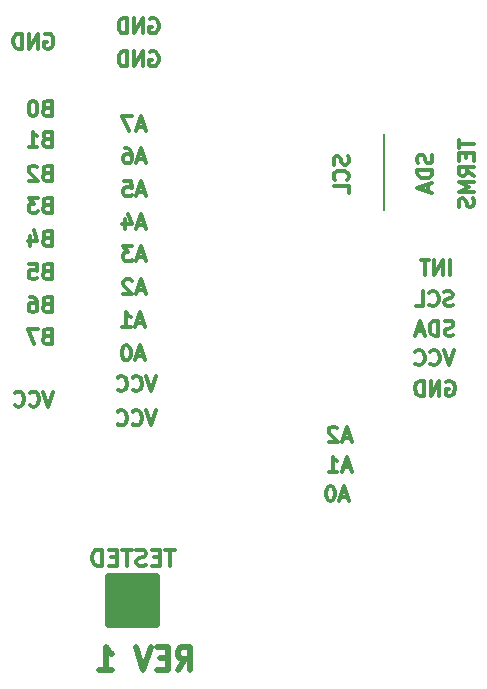
<source format=gbo>
%TF.GenerationSoftware,KiCad,Pcbnew,(6.0.1)*%
%TF.CreationDate,2022-06-02T14:42:02-04:00*%
%TF.ProjectId,I2CIO16-DB25,49324349-4f31-4362-9d44-4232352e6b69,X1*%
%TF.SameCoordinates,Original*%
%TF.FileFunction,Legend,Bot*%
%TF.FilePolarity,Positive*%
%FSLAX46Y46*%
G04 Gerber Fmt 4.6, Leading zero omitted, Abs format (unit mm)*
G04 Created by KiCad (PCBNEW (6.0.1)) date 2022-06-02 14:42:02*
%MOMM*%
%LPD*%
G01*
G04 APERTURE LIST*
%ADD10C,0.150000*%
%ADD11C,0.317500*%
%ADD12C,0.476250*%
%ADD13C,0.349250*%
%ADD14C,0.650000*%
G04 APERTURE END LIST*
D10*
X36800000Y-32000000D02*
X36800000Y-38400000D01*
D11*
X8214047Y-43609285D02*
X8032619Y-43669761D01*
X7972142Y-43730238D01*
X7911666Y-43851190D01*
X7911666Y-44032619D01*
X7972142Y-44153571D01*
X8032619Y-44214047D01*
X8153571Y-44274523D01*
X8637380Y-44274523D01*
X8637380Y-43004523D01*
X8214047Y-43004523D01*
X8093095Y-43065000D01*
X8032619Y-43125476D01*
X7972142Y-43246428D01*
X7972142Y-43367380D01*
X8032619Y-43488333D01*
X8093095Y-43548809D01*
X8214047Y-43609285D01*
X8637380Y-43609285D01*
X6762619Y-43004523D02*
X7367380Y-43004523D01*
X7427857Y-43609285D01*
X7367380Y-43548809D01*
X7246428Y-43488333D01*
X6944047Y-43488333D01*
X6823095Y-43548809D01*
X6762619Y-43609285D01*
X6702142Y-43730238D01*
X6702142Y-44032619D01*
X6762619Y-44153571D01*
X6823095Y-44214047D01*
X6944047Y-44274523D01*
X7246428Y-44274523D01*
X7367380Y-44214047D01*
X7427857Y-44153571D01*
X8793333Y-53804523D02*
X8370000Y-55074523D01*
X7946666Y-53804523D01*
X6797619Y-54953571D02*
X6858095Y-55014047D01*
X7039523Y-55074523D01*
X7160476Y-55074523D01*
X7341904Y-55014047D01*
X7462857Y-54893095D01*
X7523333Y-54772142D01*
X7583809Y-54530238D01*
X7583809Y-54348809D01*
X7523333Y-54106904D01*
X7462857Y-53985952D01*
X7341904Y-53865000D01*
X7160476Y-53804523D01*
X7039523Y-53804523D01*
X6858095Y-53865000D01*
X6797619Y-53925476D01*
X5527619Y-54953571D02*
X5588095Y-55014047D01*
X5769523Y-55074523D01*
X5890476Y-55074523D01*
X6071904Y-55014047D01*
X6192857Y-54893095D01*
X6253333Y-54772142D01*
X6313809Y-54530238D01*
X6313809Y-54348809D01*
X6253333Y-54106904D01*
X6192857Y-53985952D01*
X6071904Y-53865000D01*
X5890476Y-53804523D01*
X5769523Y-53804523D01*
X5588095Y-53865000D01*
X5527619Y-53925476D01*
X8214047Y-29809285D02*
X8032619Y-29869761D01*
X7972142Y-29930238D01*
X7911666Y-30051190D01*
X7911666Y-30232619D01*
X7972142Y-30353571D01*
X8032619Y-30414047D01*
X8153571Y-30474523D01*
X8637380Y-30474523D01*
X8637380Y-29204523D01*
X8214047Y-29204523D01*
X8093095Y-29265000D01*
X8032619Y-29325476D01*
X7972142Y-29446428D01*
X7972142Y-29567380D01*
X8032619Y-29688333D01*
X8093095Y-29748809D01*
X8214047Y-29809285D01*
X8637380Y-29809285D01*
X7125476Y-29204523D02*
X7004523Y-29204523D01*
X6883571Y-29265000D01*
X6823095Y-29325476D01*
X6762619Y-29446428D01*
X6702142Y-29688333D01*
X6702142Y-29990714D01*
X6762619Y-30232619D01*
X6823095Y-30353571D01*
X6883571Y-30414047D01*
X7004523Y-30474523D01*
X7125476Y-30474523D01*
X7246428Y-30414047D01*
X7306904Y-30353571D01*
X7367380Y-30232619D01*
X7427857Y-29990714D01*
X7427857Y-29688333D01*
X7367380Y-29446428D01*
X7306904Y-29325476D01*
X7246428Y-29265000D01*
X7125476Y-29204523D01*
X42642142Y-49014047D02*
X42460714Y-49074523D01*
X42158333Y-49074523D01*
X42037380Y-49014047D01*
X41976904Y-48953571D01*
X41916428Y-48832619D01*
X41916428Y-48711666D01*
X41976904Y-48590714D01*
X42037380Y-48530238D01*
X42158333Y-48469761D01*
X42400238Y-48409285D01*
X42521190Y-48348809D01*
X42581666Y-48288333D01*
X42642142Y-48167380D01*
X42642142Y-48046428D01*
X42581666Y-47925476D01*
X42521190Y-47865000D01*
X42400238Y-47804523D01*
X42097857Y-47804523D01*
X41916428Y-47865000D01*
X41372142Y-49074523D02*
X41372142Y-47804523D01*
X41069761Y-47804523D01*
X40888333Y-47865000D01*
X40767380Y-47985952D01*
X40706904Y-48106904D01*
X40646428Y-48348809D01*
X40646428Y-48530238D01*
X40706904Y-48772142D01*
X40767380Y-48893095D01*
X40888333Y-49014047D01*
X41069761Y-49074523D01*
X41372142Y-49074523D01*
X40162619Y-48711666D02*
X39557857Y-48711666D01*
X40283571Y-49074523D02*
X39860238Y-47804523D01*
X39436904Y-49074523D01*
X8214047Y-32409285D02*
X8032619Y-32469761D01*
X7972142Y-32530238D01*
X7911666Y-32651190D01*
X7911666Y-32832619D01*
X7972142Y-32953571D01*
X8032619Y-33014047D01*
X8153571Y-33074523D01*
X8637380Y-33074523D01*
X8637380Y-31804523D01*
X8214047Y-31804523D01*
X8093095Y-31865000D01*
X8032619Y-31925476D01*
X7972142Y-32046428D01*
X7972142Y-32167380D01*
X8032619Y-32288333D01*
X8093095Y-32348809D01*
X8214047Y-32409285D01*
X8637380Y-32409285D01*
X6702142Y-33074523D02*
X7427857Y-33074523D01*
X7065000Y-33074523D02*
X7065000Y-31804523D01*
X7185952Y-31985952D01*
X7306904Y-32106904D01*
X7427857Y-32167380D01*
X8214047Y-49109285D02*
X8032619Y-49169761D01*
X7972142Y-49230238D01*
X7911666Y-49351190D01*
X7911666Y-49532619D01*
X7972142Y-49653571D01*
X8032619Y-49714047D01*
X8153571Y-49774523D01*
X8637380Y-49774523D01*
X8637380Y-48504523D01*
X8214047Y-48504523D01*
X8093095Y-48565000D01*
X8032619Y-48625476D01*
X7972142Y-48746428D01*
X7972142Y-48867380D01*
X8032619Y-48988333D01*
X8093095Y-49048809D01*
X8214047Y-49109285D01*
X8637380Y-49109285D01*
X7488333Y-48504523D02*
X6641666Y-48504523D01*
X7185952Y-49774523D01*
X8214047Y-38009285D02*
X8032619Y-38069761D01*
X7972142Y-38130238D01*
X7911666Y-38251190D01*
X7911666Y-38432619D01*
X7972142Y-38553571D01*
X8032619Y-38614047D01*
X8153571Y-38674523D01*
X8637380Y-38674523D01*
X8637380Y-37404523D01*
X8214047Y-37404523D01*
X8093095Y-37465000D01*
X8032619Y-37525476D01*
X7972142Y-37646428D01*
X7972142Y-37767380D01*
X8032619Y-37888333D01*
X8093095Y-37948809D01*
X8214047Y-38009285D01*
X8637380Y-38009285D01*
X7488333Y-37404523D02*
X6702142Y-37404523D01*
X7125476Y-37888333D01*
X6944047Y-37888333D01*
X6823095Y-37948809D01*
X6762619Y-38009285D01*
X6702142Y-38130238D01*
X6702142Y-38432619D01*
X6762619Y-38553571D01*
X6823095Y-38614047D01*
X6944047Y-38674523D01*
X7306904Y-38674523D01*
X7427857Y-38614047D01*
X7488333Y-38553571D01*
X42067619Y-52965000D02*
X42188571Y-52904523D01*
X42370000Y-52904523D01*
X42551428Y-52965000D01*
X42672380Y-53085952D01*
X42732857Y-53206904D01*
X42793333Y-53448809D01*
X42793333Y-53630238D01*
X42732857Y-53872142D01*
X42672380Y-53993095D01*
X42551428Y-54114047D01*
X42370000Y-54174523D01*
X42249047Y-54174523D01*
X42067619Y-54114047D01*
X42007142Y-54053571D01*
X42007142Y-53630238D01*
X42249047Y-53630238D01*
X41462857Y-54174523D02*
X41462857Y-52904523D01*
X40737142Y-54174523D01*
X40737142Y-52904523D01*
X40132380Y-54174523D02*
X40132380Y-52904523D01*
X39830000Y-52904523D01*
X39648571Y-52965000D01*
X39527619Y-53085952D01*
X39467142Y-53206904D01*
X39406666Y-53448809D01*
X39406666Y-53630238D01*
X39467142Y-53872142D01*
X39527619Y-53993095D01*
X39648571Y-54114047D01*
X39830000Y-54174523D01*
X40132380Y-54174523D01*
X16507142Y-34111666D02*
X15902380Y-34111666D01*
X16628095Y-34474523D02*
X16204761Y-33204523D01*
X15781428Y-34474523D01*
X14813809Y-33204523D02*
X15055714Y-33204523D01*
X15176666Y-33265000D01*
X15237142Y-33325476D01*
X15358095Y-33506904D01*
X15418571Y-33748809D01*
X15418571Y-34232619D01*
X15358095Y-34353571D01*
X15297619Y-34414047D01*
X15176666Y-34474523D01*
X14934761Y-34474523D01*
X14813809Y-34414047D01*
X14753333Y-34353571D01*
X14692857Y-34232619D01*
X14692857Y-33930238D01*
X14753333Y-33809285D01*
X14813809Y-33748809D01*
X14934761Y-33688333D01*
X15176666Y-33688333D01*
X15297619Y-33748809D01*
X15358095Y-33809285D01*
X15418571Y-33930238D01*
X16507142Y-45211666D02*
X15902380Y-45211666D01*
X16628095Y-45574523D02*
X16204761Y-44304523D01*
X15781428Y-45574523D01*
X15418571Y-44425476D02*
X15358095Y-44365000D01*
X15237142Y-44304523D01*
X14934761Y-44304523D01*
X14813809Y-44365000D01*
X14753333Y-44425476D01*
X14692857Y-44546428D01*
X14692857Y-44667380D01*
X14753333Y-44848809D01*
X15479047Y-45574523D01*
X14692857Y-45574523D01*
X42611904Y-46514047D02*
X42430476Y-46574523D01*
X42128095Y-46574523D01*
X42007142Y-46514047D01*
X41946666Y-46453571D01*
X41886190Y-46332619D01*
X41886190Y-46211666D01*
X41946666Y-46090714D01*
X42007142Y-46030238D01*
X42128095Y-45969761D01*
X42370000Y-45909285D01*
X42490952Y-45848809D01*
X42551428Y-45788333D01*
X42611904Y-45667380D01*
X42611904Y-45546428D01*
X42551428Y-45425476D01*
X42490952Y-45365000D01*
X42370000Y-45304523D01*
X42067619Y-45304523D01*
X41886190Y-45365000D01*
X40616190Y-46453571D02*
X40676666Y-46514047D01*
X40858095Y-46574523D01*
X40979047Y-46574523D01*
X41160476Y-46514047D01*
X41281428Y-46393095D01*
X41341904Y-46272142D01*
X41402380Y-46030238D01*
X41402380Y-45848809D01*
X41341904Y-45606904D01*
X41281428Y-45485952D01*
X41160476Y-45365000D01*
X40979047Y-45304523D01*
X40858095Y-45304523D01*
X40676666Y-45365000D01*
X40616190Y-45425476D01*
X39467142Y-46574523D02*
X40071904Y-46574523D01*
X40071904Y-45304523D01*
X16967619Y-25065000D02*
X17088571Y-25004523D01*
X17270000Y-25004523D01*
X17451428Y-25065000D01*
X17572380Y-25185952D01*
X17632857Y-25306904D01*
X17693333Y-25548809D01*
X17693333Y-25730238D01*
X17632857Y-25972142D01*
X17572380Y-26093095D01*
X17451428Y-26214047D01*
X17270000Y-26274523D01*
X17149047Y-26274523D01*
X16967619Y-26214047D01*
X16907142Y-26153571D01*
X16907142Y-25730238D01*
X17149047Y-25730238D01*
X16362857Y-26274523D02*
X16362857Y-25004523D01*
X15637142Y-26274523D01*
X15637142Y-25004523D01*
X15032380Y-26274523D02*
X15032380Y-25004523D01*
X14730000Y-25004523D01*
X14548571Y-25065000D01*
X14427619Y-25185952D01*
X14367142Y-25306904D01*
X14306666Y-25548809D01*
X14306666Y-25730238D01*
X14367142Y-25972142D01*
X14427619Y-26093095D01*
X14548571Y-26214047D01*
X14730000Y-26274523D01*
X15032380Y-26274523D01*
X16507142Y-42411666D02*
X15902380Y-42411666D01*
X16628095Y-42774523D02*
X16204761Y-41504523D01*
X15781428Y-42774523D01*
X15479047Y-41504523D02*
X14692857Y-41504523D01*
X15116190Y-41988333D01*
X14934761Y-41988333D01*
X14813809Y-42048809D01*
X14753333Y-42109285D01*
X14692857Y-42230238D01*
X14692857Y-42532619D01*
X14753333Y-42653571D01*
X14813809Y-42714047D01*
X14934761Y-42774523D01*
X15297619Y-42774523D01*
X15418571Y-42714047D01*
X15479047Y-42653571D01*
X42693333Y-50304523D02*
X42270000Y-51574523D01*
X41846666Y-50304523D01*
X40697619Y-51453571D02*
X40758095Y-51514047D01*
X40939523Y-51574523D01*
X41060476Y-51574523D01*
X41241904Y-51514047D01*
X41362857Y-51393095D01*
X41423333Y-51272142D01*
X41483809Y-51030238D01*
X41483809Y-50848809D01*
X41423333Y-50606904D01*
X41362857Y-50485952D01*
X41241904Y-50365000D01*
X41060476Y-50304523D01*
X40939523Y-50304523D01*
X40758095Y-50365000D01*
X40697619Y-50425476D01*
X39427619Y-51453571D02*
X39488095Y-51514047D01*
X39669523Y-51574523D01*
X39790476Y-51574523D01*
X39971904Y-51514047D01*
X40092857Y-51393095D01*
X40153333Y-51272142D01*
X40213809Y-51030238D01*
X40213809Y-50848809D01*
X40153333Y-50606904D01*
X40092857Y-50485952D01*
X39971904Y-50365000D01*
X39790476Y-50304523D01*
X39669523Y-50304523D01*
X39488095Y-50365000D01*
X39427619Y-50425476D01*
X17493333Y-52504523D02*
X17070000Y-53774523D01*
X16646666Y-52504523D01*
X15497619Y-53653571D02*
X15558095Y-53714047D01*
X15739523Y-53774523D01*
X15860476Y-53774523D01*
X16041904Y-53714047D01*
X16162857Y-53593095D01*
X16223333Y-53472142D01*
X16283809Y-53230238D01*
X16283809Y-53048809D01*
X16223333Y-52806904D01*
X16162857Y-52685952D01*
X16041904Y-52565000D01*
X15860476Y-52504523D01*
X15739523Y-52504523D01*
X15558095Y-52565000D01*
X15497619Y-52625476D01*
X14227619Y-53653571D02*
X14288095Y-53714047D01*
X14469523Y-53774523D01*
X14590476Y-53774523D01*
X14771904Y-53714047D01*
X14892857Y-53593095D01*
X14953333Y-53472142D01*
X15013809Y-53230238D01*
X15013809Y-53048809D01*
X14953333Y-52806904D01*
X14892857Y-52685952D01*
X14771904Y-52565000D01*
X14590476Y-52504523D01*
X14469523Y-52504523D01*
X14288095Y-52565000D01*
X14227619Y-52625476D01*
X16967619Y-22265000D02*
X17088571Y-22204523D01*
X17270000Y-22204523D01*
X17451428Y-22265000D01*
X17572380Y-22385952D01*
X17632857Y-22506904D01*
X17693333Y-22748809D01*
X17693333Y-22930238D01*
X17632857Y-23172142D01*
X17572380Y-23293095D01*
X17451428Y-23414047D01*
X17270000Y-23474523D01*
X17149047Y-23474523D01*
X16967619Y-23414047D01*
X16907142Y-23353571D01*
X16907142Y-22930238D01*
X17149047Y-22930238D01*
X16362857Y-23474523D02*
X16362857Y-22204523D01*
X15637142Y-23474523D01*
X15637142Y-22204523D01*
X15032380Y-23474523D02*
X15032380Y-22204523D01*
X14730000Y-22204523D01*
X14548571Y-22265000D01*
X14427619Y-22385952D01*
X14367142Y-22506904D01*
X14306666Y-22748809D01*
X14306666Y-22930238D01*
X14367142Y-23172142D01*
X14427619Y-23293095D01*
X14548571Y-23414047D01*
X14730000Y-23474523D01*
X15032380Y-23474523D01*
X42349047Y-43974523D02*
X42349047Y-42704523D01*
X41744285Y-43974523D02*
X41744285Y-42704523D01*
X41018571Y-43974523D01*
X41018571Y-42704523D01*
X40595238Y-42704523D02*
X39869523Y-42704523D01*
X40232380Y-43974523D02*
X40232380Y-42704523D01*
X33907142Y-60211666D02*
X33302380Y-60211666D01*
X34028095Y-60574523D02*
X33604761Y-59304523D01*
X33181428Y-60574523D01*
X32092857Y-60574523D02*
X32818571Y-60574523D01*
X32455714Y-60574523D02*
X32455714Y-59304523D01*
X32576666Y-59485952D01*
X32697619Y-59606904D01*
X32818571Y-59667380D01*
X8214047Y-40809285D02*
X8032619Y-40869761D01*
X7972142Y-40930238D01*
X7911666Y-41051190D01*
X7911666Y-41232619D01*
X7972142Y-41353571D01*
X8032619Y-41414047D01*
X8153571Y-41474523D01*
X8637380Y-41474523D01*
X8637380Y-40204523D01*
X8214047Y-40204523D01*
X8093095Y-40265000D01*
X8032619Y-40325476D01*
X7972142Y-40446428D01*
X7972142Y-40567380D01*
X8032619Y-40688333D01*
X8093095Y-40748809D01*
X8214047Y-40809285D01*
X8637380Y-40809285D01*
X6823095Y-40627857D02*
X6823095Y-41474523D01*
X7125476Y-40144047D02*
X7427857Y-41051190D01*
X6641666Y-41051190D01*
X8214047Y-35309285D02*
X8032619Y-35369761D01*
X7972142Y-35430238D01*
X7911666Y-35551190D01*
X7911666Y-35732619D01*
X7972142Y-35853571D01*
X8032619Y-35914047D01*
X8153571Y-35974523D01*
X8637380Y-35974523D01*
X8637380Y-34704523D01*
X8214047Y-34704523D01*
X8093095Y-34765000D01*
X8032619Y-34825476D01*
X7972142Y-34946428D01*
X7972142Y-35067380D01*
X8032619Y-35188333D01*
X8093095Y-35248809D01*
X8214047Y-35309285D01*
X8637380Y-35309285D01*
X7427857Y-34825476D02*
X7367380Y-34765000D01*
X7246428Y-34704523D01*
X6944047Y-34704523D01*
X6823095Y-34765000D01*
X6762619Y-34825476D01*
X6702142Y-34946428D01*
X6702142Y-35067380D01*
X6762619Y-35248809D01*
X7488333Y-35974523D01*
X6702142Y-35974523D01*
X17493333Y-55404523D02*
X17070000Y-56674523D01*
X16646666Y-55404523D01*
X15497619Y-56553571D02*
X15558095Y-56614047D01*
X15739523Y-56674523D01*
X15860476Y-56674523D01*
X16041904Y-56614047D01*
X16162857Y-56493095D01*
X16223333Y-56372142D01*
X16283809Y-56130238D01*
X16283809Y-55948809D01*
X16223333Y-55706904D01*
X16162857Y-55585952D01*
X16041904Y-55465000D01*
X15860476Y-55404523D01*
X15739523Y-55404523D01*
X15558095Y-55465000D01*
X15497619Y-55525476D01*
X14227619Y-56553571D02*
X14288095Y-56614047D01*
X14469523Y-56674523D01*
X14590476Y-56674523D01*
X14771904Y-56614047D01*
X14892857Y-56493095D01*
X14953333Y-56372142D01*
X15013809Y-56130238D01*
X15013809Y-55948809D01*
X14953333Y-55706904D01*
X14892857Y-55585952D01*
X14771904Y-55465000D01*
X14590476Y-55404523D01*
X14469523Y-55404523D01*
X14288095Y-55465000D01*
X14227619Y-55525476D01*
X16507142Y-36911666D02*
X15902380Y-36911666D01*
X16628095Y-37274523D02*
X16204761Y-36004523D01*
X15781428Y-37274523D01*
X14753333Y-36004523D02*
X15358095Y-36004523D01*
X15418571Y-36609285D01*
X15358095Y-36548809D01*
X15237142Y-36488333D01*
X14934761Y-36488333D01*
X14813809Y-36548809D01*
X14753333Y-36609285D01*
X14692857Y-36730238D01*
X14692857Y-37032619D01*
X14753333Y-37153571D01*
X14813809Y-37214047D01*
X14934761Y-37274523D01*
X15237142Y-37274523D01*
X15358095Y-37214047D01*
X15418571Y-37153571D01*
X43104523Y-32497142D02*
X43104523Y-33222857D01*
X44374523Y-32860000D02*
X43104523Y-32860000D01*
X43709285Y-33646190D02*
X43709285Y-34069523D01*
X44374523Y-34250952D02*
X44374523Y-33646190D01*
X43104523Y-33646190D01*
X43104523Y-34250952D01*
X44374523Y-35520952D02*
X43769761Y-35097619D01*
X44374523Y-34795238D02*
X43104523Y-34795238D01*
X43104523Y-35279047D01*
X43165000Y-35400000D01*
X43225476Y-35460476D01*
X43346428Y-35520952D01*
X43527857Y-35520952D01*
X43648809Y-35460476D01*
X43709285Y-35400000D01*
X43769761Y-35279047D01*
X43769761Y-34795238D01*
X44374523Y-36065238D02*
X43104523Y-36065238D01*
X44011666Y-36488571D01*
X43104523Y-36911904D01*
X44374523Y-36911904D01*
X44314047Y-37456190D02*
X44374523Y-37637619D01*
X44374523Y-37940000D01*
X44314047Y-38060952D01*
X44253571Y-38121428D01*
X44132619Y-38181904D01*
X44011666Y-38181904D01*
X43890714Y-38121428D01*
X43830238Y-38060952D01*
X43769761Y-37940000D01*
X43709285Y-37698095D01*
X43648809Y-37577142D01*
X43588333Y-37516666D01*
X43467380Y-37456190D01*
X43346428Y-37456190D01*
X43225476Y-37516666D01*
X43165000Y-37577142D01*
X43104523Y-37698095D01*
X43104523Y-38000476D01*
X43165000Y-38181904D01*
X8214047Y-46409285D02*
X8032619Y-46469761D01*
X7972142Y-46530238D01*
X7911666Y-46651190D01*
X7911666Y-46832619D01*
X7972142Y-46953571D01*
X8032619Y-47014047D01*
X8153571Y-47074523D01*
X8637380Y-47074523D01*
X8637380Y-45804523D01*
X8214047Y-45804523D01*
X8093095Y-45865000D01*
X8032619Y-45925476D01*
X7972142Y-46046428D01*
X7972142Y-46167380D01*
X8032619Y-46288333D01*
X8093095Y-46348809D01*
X8214047Y-46409285D01*
X8637380Y-46409285D01*
X6823095Y-45804523D02*
X7065000Y-45804523D01*
X7185952Y-45865000D01*
X7246428Y-45925476D01*
X7367380Y-46106904D01*
X7427857Y-46348809D01*
X7427857Y-46832619D01*
X7367380Y-46953571D01*
X7306904Y-47014047D01*
X7185952Y-47074523D01*
X6944047Y-47074523D01*
X6823095Y-47014047D01*
X6762619Y-46953571D01*
X6702142Y-46832619D01*
X6702142Y-46530238D01*
X6762619Y-46409285D01*
X6823095Y-46348809D01*
X6944047Y-46288333D01*
X7185952Y-46288333D01*
X7306904Y-46348809D01*
X7367380Y-46409285D01*
X7427857Y-46530238D01*
X16507142Y-39711666D02*
X15902380Y-39711666D01*
X16628095Y-40074523D02*
X16204761Y-38804523D01*
X15781428Y-40074523D01*
X14813809Y-39227857D02*
X14813809Y-40074523D01*
X15116190Y-38744047D02*
X15418571Y-39651190D01*
X14632380Y-39651190D01*
X8067619Y-23565000D02*
X8188571Y-23504523D01*
X8370000Y-23504523D01*
X8551428Y-23565000D01*
X8672380Y-23685952D01*
X8732857Y-23806904D01*
X8793333Y-24048809D01*
X8793333Y-24230238D01*
X8732857Y-24472142D01*
X8672380Y-24593095D01*
X8551428Y-24714047D01*
X8370000Y-24774523D01*
X8249047Y-24774523D01*
X8067619Y-24714047D01*
X8007142Y-24653571D01*
X8007142Y-24230238D01*
X8249047Y-24230238D01*
X7462857Y-24774523D02*
X7462857Y-23504523D01*
X6737142Y-24774523D01*
X6737142Y-23504523D01*
X6132380Y-24774523D02*
X6132380Y-23504523D01*
X5830000Y-23504523D01*
X5648571Y-23565000D01*
X5527619Y-23685952D01*
X5467142Y-23806904D01*
X5406666Y-24048809D01*
X5406666Y-24230238D01*
X5467142Y-24472142D01*
X5527619Y-24593095D01*
X5648571Y-24714047D01*
X5830000Y-24774523D01*
X6132380Y-24774523D01*
X16407142Y-48011666D02*
X15802380Y-48011666D01*
X16528095Y-48374523D02*
X16104761Y-47104523D01*
X15681428Y-48374523D01*
X14592857Y-48374523D02*
X15318571Y-48374523D01*
X14955714Y-48374523D02*
X14955714Y-47104523D01*
X15076666Y-47285952D01*
X15197619Y-47406904D01*
X15318571Y-47467380D01*
X40814047Y-33757857D02*
X40874523Y-33939285D01*
X40874523Y-34241666D01*
X40814047Y-34362619D01*
X40753571Y-34423095D01*
X40632619Y-34483571D01*
X40511666Y-34483571D01*
X40390714Y-34423095D01*
X40330238Y-34362619D01*
X40269761Y-34241666D01*
X40209285Y-33999761D01*
X40148809Y-33878809D01*
X40088333Y-33818333D01*
X39967380Y-33757857D01*
X39846428Y-33757857D01*
X39725476Y-33818333D01*
X39665000Y-33878809D01*
X39604523Y-33999761D01*
X39604523Y-34302142D01*
X39665000Y-34483571D01*
X40874523Y-35027857D02*
X39604523Y-35027857D01*
X39604523Y-35330238D01*
X39665000Y-35511666D01*
X39785952Y-35632619D01*
X39906904Y-35693095D01*
X40148809Y-35753571D01*
X40330238Y-35753571D01*
X40572142Y-35693095D01*
X40693095Y-35632619D01*
X40814047Y-35511666D01*
X40874523Y-35330238D01*
X40874523Y-35027857D01*
X40511666Y-36237380D02*
X40511666Y-36842142D01*
X40874523Y-36116428D02*
X39604523Y-36539761D01*
X40874523Y-36963095D01*
X16507142Y-31411666D02*
X15902380Y-31411666D01*
X16628095Y-31774523D02*
X16204761Y-30504523D01*
X15781428Y-31774523D01*
X15479047Y-30504523D02*
X14632380Y-30504523D01*
X15176666Y-31774523D01*
X33907142Y-57711666D02*
X33302380Y-57711666D01*
X34028095Y-58074523D02*
X33604761Y-56804523D01*
X33181428Y-58074523D01*
X32818571Y-56925476D02*
X32758095Y-56865000D01*
X32637142Y-56804523D01*
X32334761Y-56804523D01*
X32213809Y-56865000D01*
X32153333Y-56925476D01*
X32092857Y-57046428D01*
X32092857Y-57167380D01*
X32153333Y-57348809D01*
X32879047Y-58074523D01*
X32092857Y-58074523D01*
D12*
X19294562Y-77361785D02*
X19929562Y-76454642D01*
X20383133Y-77361785D02*
X20383133Y-75456785D01*
X19657419Y-75456785D01*
X19475991Y-75547500D01*
X19385276Y-75638214D01*
X19294562Y-75819642D01*
X19294562Y-76091785D01*
X19385276Y-76273214D01*
X19475991Y-76363928D01*
X19657419Y-76454642D01*
X20383133Y-76454642D01*
X18478133Y-76363928D02*
X17843133Y-76363928D01*
X17570991Y-77361785D02*
X18478133Y-77361785D01*
X18478133Y-75456785D01*
X17570991Y-75456785D01*
X17026705Y-75456785D02*
X16391705Y-77361785D01*
X15756705Y-75456785D01*
X12672419Y-77361785D02*
X13760991Y-77361785D01*
X13216705Y-77361785D02*
X13216705Y-75456785D01*
X13398133Y-75728928D01*
X13579562Y-75910357D01*
X13760991Y-76001071D01*
D11*
X33714047Y-33888095D02*
X33774523Y-34069523D01*
X33774523Y-34371904D01*
X33714047Y-34492857D01*
X33653571Y-34553333D01*
X33532619Y-34613809D01*
X33411666Y-34613809D01*
X33290714Y-34553333D01*
X33230238Y-34492857D01*
X33169761Y-34371904D01*
X33109285Y-34130000D01*
X33048809Y-34009047D01*
X32988333Y-33948571D01*
X32867380Y-33888095D01*
X32746428Y-33888095D01*
X32625476Y-33948571D01*
X32565000Y-34009047D01*
X32504523Y-34130000D01*
X32504523Y-34432380D01*
X32565000Y-34613809D01*
X33653571Y-35883809D02*
X33714047Y-35823333D01*
X33774523Y-35641904D01*
X33774523Y-35520952D01*
X33714047Y-35339523D01*
X33593095Y-35218571D01*
X33472142Y-35158095D01*
X33230238Y-35097619D01*
X33048809Y-35097619D01*
X32806904Y-35158095D01*
X32685952Y-35218571D01*
X32565000Y-35339523D01*
X32504523Y-35520952D01*
X32504523Y-35641904D01*
X32565000Y-35823333D01*
X32625476Y-35883809D01*
X33774523Y-37032857D02*
X33774523Y-36428095D01*
X32504523Y-36428095D01*
X33707142Y-62711666D02*
X33102380Y-62711666D01*
X33828095Y-63074523D02*
X33404761Y-61804523D01*
X32981428Y-63074523D01*
X32316190Y-61804523D02*
X32195238Y-61804523D01*
X32074285Y-61865000D01*
X32013809Y-61925476D01*
X31953333Y-62046428D01*
X31892857Y-62288333D01*
X31892857Y-62590714D01*
X31953333Y-62832619D01*
X32013809Y-62953571D01*
X32074285Y-63014047D01*
X32195238Y-63074523D01*
X32316190Y-63074523D01*
X32437142Y-63014047D01*
X32497619Y-62953571D01*
X32558095Y-62832619D01*
X32618571Y-62590714D01*
X32618571Y-62288333D01*
X32558095Y-62046428D01*
X32497619Y-61925476D01*
X32437142Y-61865000D01*
X32316190Y-61804523D01*
X16407142Y-50811666D02*
X15802380Y-50811666D01*
X16528095Y-51174523D02*
X16104761Y-49904523D01*
X15681428Y-51174523D01*
X15016190Y-49904523D02*
X14895238Y-49904523D01*
X14774285Y-49965000D01*
X14713809Y-50025476D01*
X14653333Y-50146428D01*
X14592857Y-50388333D01*
X14592857Y-50690714D01*
X14653333Y-50932619D01*
X14713809Y-51053571D01*
X14774285Y-51114047D01*
X14895238Y-51174523D01*
X15016190Y-51174523D01*
X15137142Y-51114047D01*
X15197619Y-51053571D01*
X15258095Y-50932619D01*
X15318571Y-50690714D01*
X15318571Y-50388333D01*
X15258095Y-50146428D01*
X15197619Y-50025476D01*
X15137142Y-49965000D01*
X15016190Y-49904523D01*
D13*
%TO.C,TESTED*%
X19059023Y-67178976D02*
X18260738Y-67178976D01*
X18659880Y-68575976D02*
X18659880Y-67178976D01*
X17795071Y-67844214D02*
X17329404Y-67844214D01*
X17129833Y-68575976D02*
X17795071Y-68575976D01*
X17795071Y-67178976D01*
X17129833Y-67178976D01*
X16597642Y-68509452D02*
X16398071Y-68575976D01*
X16065452Y-68575976D01*
X15932404Y-68509452D01*
X15865880Y-68442928D01*
X15799357Y-68309880D01*
X15799357Y-68176833D01*
X15865880Y-68043785D01*
X15932404Y-67977261D01*
X16065452Y-67910738D01*
X16331547Y-67844214D01*
X16464595Y-67777690D01*
X16531119Y-67711166D01*
X16597642Y-67578119D01*
X16597642Y-67445071D01*
X16531119Y-67312023D01*
X16464595Y-67245500D01*
X16331547Y-67178976D01*
X15998928Y-67178976D01*
X15799357Y-67245500D01*
X15400214Y-67178976D02*
X14601928Y-67178976D01*
X15001071Y-68575976D02*
X15001071Y-67178976D01*
X14136261Y-67844214D02*
X13670595Y-67844214D01*
X13471023Y-68575976D02*
X14136261Y-68575976D01*
X14136261Y-67178976D01*
X13471023Y-67178976D01*
X12872309Y-68575976D02*
X12872309Y-67178976D01*
X12539690Y-67178976D01*
X12340119Y-67245500D01*
X12207071Y-67378547D01*
X12140547Y-67511595D01*
X12074023Y-67777690D01*
X12074023Y-67977261D01*
X12140547Y-68243357D01*
X12207071Y-68376404D01*
X12340119Y-68509452D01*
X12539690Y-68575976D01*
X12872309Y-68575976D01*
D14*
X17500000Y-73500000D02*
X13500000Y-73500000D01*
X13500000Y-73000000D02*
X17500000Y-73000000D01*
X13500000Y-72500000D02*
X13500000Y-73000000D01*
X13500000Y-70000000D02*
X17500000Y-70000000D01*
X17500000Y-70500000D02*
X13500000Y-70500000D01*
X13500000Y-69500000D02*
X17500000Y-69500000D01*
X13500000Y-71500000D02*
X13500000Y-72000000D01*
X13500000Y-69500000D02*
X13500000Y-70000000D01*
X17500000Y-72000000D02*
X17500000Y-72500000D01*
X13500000Y-71000000D02*
X17500000Y-71000000D01*
X17500000Y-71500000D02*
X13500000Y-71500000D01*
X17500000Y-69500000D02*
X17500000Y-73500000D01*
X17000000Y-72000000D02*
X17500000Y-72000000D01*
X13500000Y-72000000D02*
X17000000Y-72000000D01*
X17500000Y-71000000D02*
X17500000Y-71500000D01*
X13500000Y-70500000D02*
X13500000Y-71000000D01*
X17500000Y-70000000D02*
X17500000Y-70500000D01*
X13500000Y-73500000D02*
X13500000Y-69500000D01*
X17500000Y-72500000D02*
X13500000Y-72500000D01*
%TD*%
M02*

</source>
